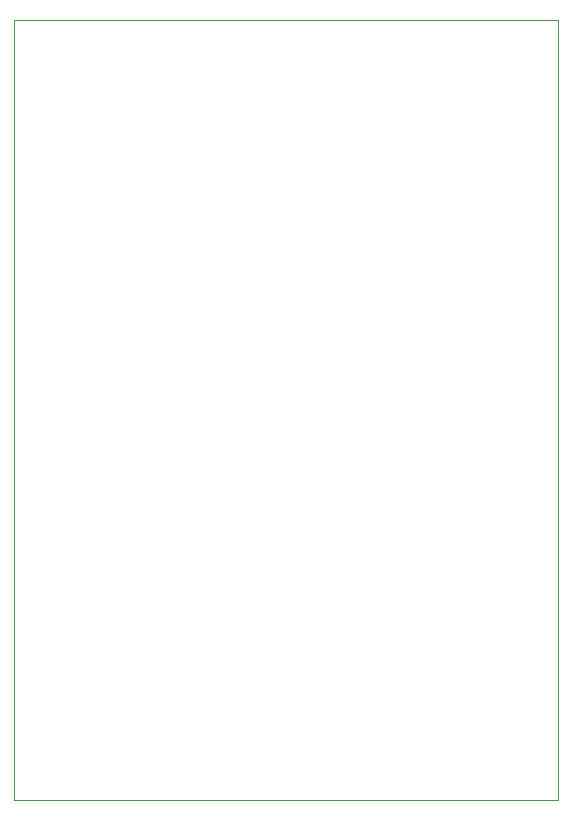
<source format=gbr>
G04 #@! TF.GenerationSoftware,KiCad,Pcbnew,(5.1.2)-2*
G04 #@! TF.CreationDate,2022-01-19T07:22:50-03:00*
G04 #@! TF.ProjectId,MAG_Plus,4d41475f-506c-4757-932e-6b696361645f,rev?*
G04 #@! TF.SameCoordinates,Original*
G04 #@! TF.FileFunction,Legend,Top*
G04 #@! TF.FilePolarity,Positive*
%FSLAX46Y46*%
G04 Gerber Fmt 4.6, Leading zero omitted, Abs format (unit mm)*
G04 Created by KiCad (PCBNEW (5.1.2)-2) date 2022-01-19 07:22:50*
%MOMM*%
%LPD*%
G04 APERTURE LIST*
%ADD10C,0.120000*%
G04 APERTURE END LIST*
D10*
X97960000Y-20300000D02*
X97960000Y-86310000D01*
X51960000Y-86310000D02*
X51960000Y-20300000D01*
X51960000Y-20300000D02*
X97960000Y-20300000D01*
X51960000Y-86310000D02*
X97960000Y-86310000D01*
M02*

</source>
